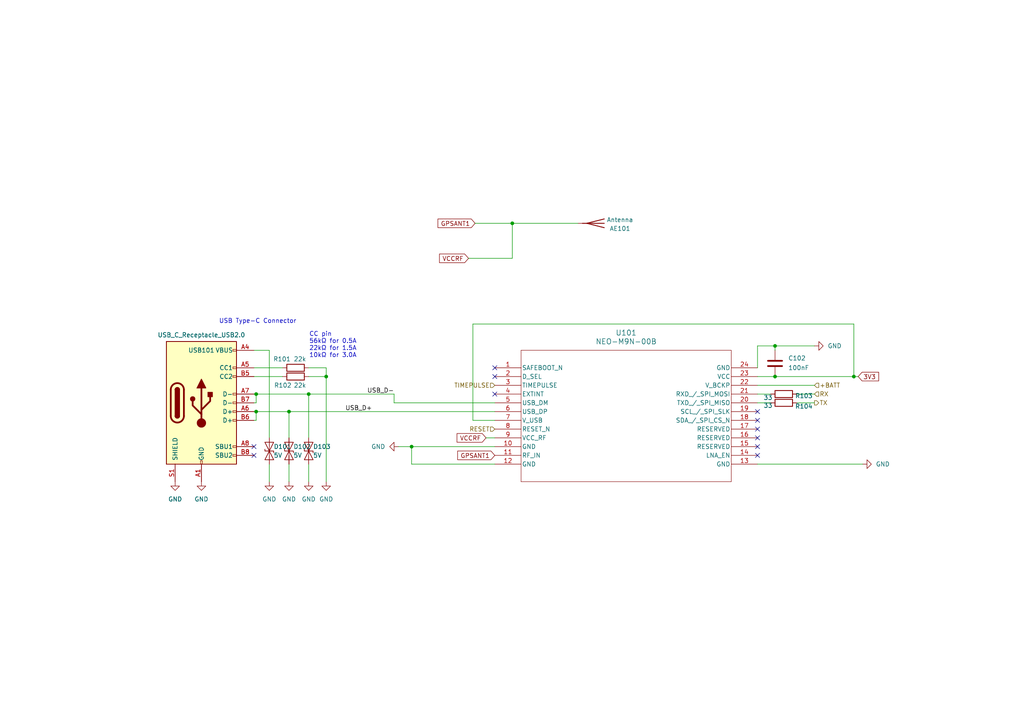
<source format=kicad_sch>
(kicad_sch
	(version 20231120)
	(generator "eeschema")
	(generator_version "8.0")
	(uuid "2be19654-2ec0-41d6-bb6d-e4f1d1fd569d")
	(paper "A4")
	(lib_symbols
		(symbol "Connector:USB_C_Receptacle_USB2.0"
			(pin_names
				(offset 1.016)
			)
			(exclude_from_sim no)
			(in_bom yes)
			(on_board yes)
			(property "Reference" "J"
				(at -10.16 19.05 0)
				(effects
					(font
						(size 1.27 1.27)
					)
					(justify left)
				)
			)
			(property "Value" "USB_C_Receptacle_USB2.0"
				(at 19.05 19.05 0)
				(effects
					(font
						(size 1.27 1.27)
					)
					(justify right)
				)
			)
			(property "Footprint" ""
				(at 3.81 0 0)
				(effects
					(font
						(size 1.27 1.27)
					)
					(hide yes)
				)
			)
			(property "Datasheet" "https://www.usb.org/sites/default/files/documents/usb_type-c.zip"
				(at 3.81 0 0)
				(effects
					(font
						(size 1.27 1.27)
					)
					(hide yes)
				)
			)
			(property "Description" "USB 2.0-only Type-C Receptacle connector"
				(at 0 0 0)
				(effects
					(font
						(size 1.27 1.27)
					)
					(hide yes)
				)
			)
			(property "ki_keywords" "usb universal serial bus type-C USB2.0"
				(at 0 0 0)
				(effects
					(font
						(size 1.27 1.27)
					)
					(hide yes)
				)
			)
			(property "ki_fp_filters" "USB*C*Receptacle*"
				(at 0 0 0)
				(effects
					(font
						(size 1.27 1.27)
					)
					(hide yes)
				)
			)
			(symbol "USB_C_Receptacle_USB2.0_0_0"
				(rectangle
					(start -0.254 -17.78)
					(end 0.254 -16.764)
					(stroke
						(width 0)
						(type default)
					)
					(fill
						(type none)
					)
				)
				(rectangle
					(start 10.16 -14.986)
					(end 9.144 -15.494)
					(stroke
						(width 0)
						(type default)
					)
					(fill
						(type none)
					)
				)
				(rectangle
					(start 10.16 -12.446)
					(end 9.144 -12.954)
					(stroke
						(width 0)
						(type default)
					)
					(fill
						(type none)
					)
				)
				(rectangle
					(start 10.16 -4.826)
					(end 9.144 -5.334)
					(stroke
						(width 0)
						(type default)
					)
					(fill
						(type none)
					)
				)
				(rectangle
					(start 10.16 -2.286)
					(end 9.144 -2.794)
					(stroke
						(width 0)
						(type default)
					)
					(fill
						(type none)
					)
				)
				(rectangle
					(start 10.16 0.254)
					(end 9.144 -0.254)
					(stroke
						(width 0)
						(type default)
					)
					(fill
						(type none)
					)
				)
				(rectangle
					(start 10.16 2.794)
					(end 9.144 2.286)
					(stroke
						(width 0)
						(type default)
					)
					(fill
						(type none)
					)
				)
				(rectangle
					(start 10.16 7.874)
					(end 9.144 7.366)
					(stroke
						(width 0)
						(type default)
					)
					(fill
						(type none)
					)
				)
				(rectangle
					(start 10.16 10.414)
					(end 9.144 9.906)
					(stroke
						(width 0)
						(type default)
					)
					(fill
						(type none)
					)
				)
				(rectangle
					(start 10.16 15.494)
					(end 9.144 14.986)
					(stroke
						(width 0)
						(type default)
					)
					(fill
						(type none)
					)
				)
			)
			(symbol "USB_C_Receptacle_USB2.0_0_1"
				(rectangle
					(start -10.16 17.78)
					(end 10.16 -17.78)
					(stroke
						(width 0.254)
						(type default)
					)
					(fill
						(type background)
					)
				)
				(arc
					(start -8.89 -3.81)
					(mid -6.985 -5.7067)
					(end -5.08 -3.81)
					(stroke
						(width 0.508)
						(type default)
					)
					(fill
						(type none)
					)
				)
				(arc
					(start -7.62 -3.81)
					(mid -6.985 -4.4423)
					(end -6.35 -3.81)
					(stroke
						(width 0.254)
						(type default)
					)
					(fill
						(type none)
					)
				)
				(arc
					(start -7.62 -3.81)
					(mid -6.985 -4.4423)
					(end -6.35 -3.81)
					(stroke
						(width 0.254)
						(type default)
					)
					(fill
						(type outline)
					)
				)
				(rectangle
					(start -7.62 -3.81)
					(end -6.35 3.81)
					(stroke
						(width 0.254)
						(type default)
					)
					(fill
						(type outline)
					)
				)
				(arc
					(start -6.35 3.81)
					(mid -6.985 4.4423)
					(end -7.62 3.81)
					(stroke
						(width 0.254)
						(type default)
					)
					(fill
						(type none)
					)
				)
				(arc
					(start -6.35 3.81)
					(mid -6.985 4.4423)
					(end -7.62 3.81)
					(stroke
						(width 0.254)
						(type default)
					)
					(fill
						(type outline)
					)
				)
				(arc
					(start -5.08 3.81)
					(mid -6.985 5.7067)
					(end -8.89 3.81)
					(stroke
						(width 0.508)
						(type default)
					)
					(fill
						(type none)
					)
				)
				(circle
					(center -2.54 1.143)
					(radius 0.635)
					(stroke
						(width 0.254)
						(type default)
					)
					(fill
						(type outline)
					)
				)
				(circle
					(center 0 -5.842)
					(radius 1.27)
					(stroke
						(width 0)
						(type default)
					)
					(fill
						(type outline)
					)
				)
				(polyline
					(pts
						(xy -8.89 -3.81) (xy -8.89 3.81)
					)
					(stroke
						(width 0.508)
						(type default)
					)
					(fill
						(type none)
					)
				)
				(polyline
					(pts
						(xy -5.08 3.81) (xy -5.08 -3.81)
					)
					(stroke
						(width 0.508)
						(type default)
					)
					(fill
						(type none)
					)
				)
				(polyline
					(pts
						(xy 0 -5.842) (xy 0 4.318)
					)
					(stroke
						(width 0.508)
						(type default)
					)
					(fill
						(type none)
					)
				)
				(polyline
					(pts
						(xy 0 -3.302) (xy -2.54 -0.762) (xy -2.54 0.508)
					)
					(stroke
						(width 0.508)
						(type default)
					)
					(fill
						(type none)
					)
				)
				(polyline
					(pts
						(xy 0 -2.032) (xy 2.54 0.508) (xy 2.54 1.778)
					)
					(stroke
						(width 0.508)
						(type default)
					)
					(fill
						(type none)
					)
				)
				(polyline
					(pts
						(xy -1.27 4.318) (xy 0 6.858) (xy 1.27 4.318) (xy -1.27 4.318)
					)
					(stroke
						(width 0.254)
						(type default)
					)
					(fill
						(type outline)
					)
				)
				(rectangle
					(start 1.905 1.778)
					(end 3.175 3.048)
					(stroke
						(width 0.254)
						(type default)
					)
					(fill
						(type outline)
					)
				)
			)
			(symbol "USB_C_Receptacle_USB2.0_1_1"
				(pin passive line
					(at 0 -22.86 90)
					(length 5.08)
					(name "GND"
						(effects
							(font
								(size 1.27 1.27)
							)
						)
					)
					(number "A1"
						(effects
							(font
								(size 1.27 1.27)
							)
						)
					)
				)
				(pin passive line
					(at 0 -22.86 90)
					(length 5.08) hide
					(name "GND"
						(effects
							(font
								(size 1.27 1.27)
							)
						)
					)
					(number "A12"
						(effects
							(font
								(size 1.27 1.27)
							)
						)
					)
				)
				(pin passive line
					(at 15.24 15.24 180)
					(length 5.08)
					(name "VBUS"
						(effects
							(font
								(size 1.27 1.27)
							)
						)
					)
					(number "A4"
						(effects
							(font
								(size 1.27 1.27)
							)
						)
					)
				)
				(pin bidirectional line
					(at 15.24 10.16 180)
					(length 5.08)
					(name "CC1"
						(effects
							(font
								(size 1.27 1.27)
							)
						)
					)
					(number "A5"
						(effects
							(font
								(size 1.27 1.27)
							)
						)
					)
				)
				(pin bidirectional line
					(at 15.24 -2.54 180)
					(length 5.08)
					(name "D+"
						(effects
							(font
								(size 1.27 1.27)
							)
						)
					)
					(number "A6"
						(effects
							(font
								(size 1.27 1.27)
							)
						)
					)
				)
				(pin bidirectional line
					(at 15.24 2.54 180)
					(length 5.08)
					(name "D-"
						(effects
							(font
								(size 1.27 1.27)
							)
						)
					)
					(number "A7"
						(effects
							(font
								(size 1.27 1.27)
							)
						)
					)
				)
				(pin bidirectional line
					(at 15.24 -12.7 180)
					(length 5.08)
					(name "SBU1"
						(effects
							(font
								(size 1.27 1.27)
							)
						)
					)
					(number "A8"
						(effects
							(font
								(size 1.27 1.27)
							)
						)
					)
				)
				(pin passive line
					(at 15.24 15.24 180)
					(length 5.08) hide
					(name "VBUS"
						(effects
							(font
								(size 1.27 1.27)
							)
						)
					)
					(number "A9"
						(effects
							(font
								(size 1.27 1.27)
							)
						)
					)
				)
				(pin passive line
					(at 0 -22.86 90)
					(length 5.08) hide
					(name "GND"
						(effects
							(font
								(size 1.27 1.27)
							)
						)
					)
					(number "B1"
						(effects
							(font
								(size 1.27 1.27)
							)
						)
					)
				)
				(pin passive line
					(at 0 -22.86 90)
					(length 5.08) hide
					(name "GND"
						(effects
							(font
								(size 1.27 1.27)
							)
						)
					)
					(number "B12"
						(effects
							(font
								(size 1.27 1.27)
							)
						)
					)
				)
				(pin passive line
					(at 15.24 15.24 180)
					(length 5.08) hide
					(name "VBUS"
						(effects
							(font
								(size 1.27 1.27)
							)
						)
					)
					(number "B4"
						(effects
							(font
								(size 1.27 1.27)
							)
						)
					)
				)
				(pin bidirectional line
					(at 15.24 7.62 180)
					(length 5.08)
					(name "CC2"
						(effects
							(font
								(size 1.27 1.27)
							)
						)
					)
					(number "B5"
						(effects
							(font
								(size 1.27 1.27)
							)
						)
					)
				)
				(pin bidirectional line
					(at 15.24 -5.08 180)
					(length 5.08)
					(name "D+"
						(effects
							(font
								(size 1.27 1.27)
							)
						)
					)
					(number "B6"
						(effects
							(font
								(size 1.27 1.27)
							)
						)
					)
				)
				(pin bidirectional line
					(at 15.24 0 180)
					(length 5.08)
					(name "D-"
						(effects
							(font
								(size 1.27 1.27)
							)
						)
					)
					(number "B7"
						(effects
							(font
								(size 1.27 1.27)
							)
						)
					)
				)
				(pin bidirectional line
					(at 15.24 -15.24 180)
					(length 5.08)
					(name "SBU2"
						(effects
							(font
								(size 1.27 1.27)
							)
						)
					)
					(number "B8"
						(effects
							(font
								(size 1.27 1.27)
							)
						)
					)
				)
				(pin passive line
					(at 15.24 15.24 180)
					(length 5.08) hide
					(name "VBUS"
						(effects
							(font
								(size 1.27 1.27)
							)
						)
					)
					(number "B9"
						(effects
							(font
								(size 1.27 1.27)
							)
						)
					)
				)
				(pin passive line
					(at -7.62 -22.86 90)
					(length 5.08)
					(name "SHIELD"
						(effects
							(font
								(size 1.27 1.27)
							)
						)
					)
					(number "S1"
						(effects
							(font
								(size 1.27 1.27)
							)
						)
					)
				)
			)
		)
		(symbol "Device:Antenna"
			(pin_numbers hide)
			(pin_names
				(offset 1.016) hide)
			(exclude_from_sim no)
			(in_bom yes)
			(on_board yes)
			(property "Reference" "AE"
				(at -1.905 1.905 0)
				(effects
					(font
						(size 1.27 1.27)
					)
					(justify right)
				)
			)
			(property "Value" "Antenna"
				(at -1.905 0 0)
				(effects
					(font
						(size 1.27 1.27)
					)
					(justify right)
				)
			)
			(property "Footprint" ""
				(at 0 0 0)
				(effects
					(font
						(size 1.27 1.27)
					)
					(hide yes)
				)
			)
			(property "Datasheet" "~"
				(at 0 0 0)
				(effects
					(font
						(size 1.27 1.27)
					)
					(hide yes)
				)
			)
			(property "Description" "Antenna"
				(at 0 0 0)
				(effects
					(font
						(size 1.27 1.27)
					)
					(hide yes)
				)
			)
			(property "ki_keywords" "antenna"
				(at 0 0 0)
				(effects
					(font
						(size 1.27 1.27)
					)
					(hide yes)
				)
			)
			(symbol "Antenna_0_1"
				(polyline
					(pts
						(xy 0 2.54) (xy 0 -3.81)
					)
					(stroke
						(width 0.254)
						(type default)
					)
					(fill
						(type none)
					)
				)
				(polyline
					(pts
						(xy 1.27 2.54) (xy 0 -2.54) (xy -1.27 2.54)
					)
					(stroke
						(width 0.254)
						(type default)
					)
					(fill
						(type none)
					)
				)
			)
			(symbol "Antenna_1_1"
				(pin input line
					(at 0 -5.08 90)
					(length 2.54)
					(name "A"
						(effects
							(font
								(size 1.27 1.27)
							)
						)
					)
					(number "1"
						(effects
							(font
								(size 1.27 1.27)
							)
						)
					)
				)
			)
		)
		(symbol "Device:C"
			(pin_numbers hide)
			(pin_names
				(offset 0.254)
			)
			(exclude_from_sim no)
			(in_bom yes)
			(on_board yes)
			(property "Reference" "C"
				(at 0.635 2.54 0)
				(effects
					(font
						(size 1.27 1.27)
					)
					(justify left)
				)
			)
			(property "Value" "C"
				(at 0.635 -2.54 0)
				(effects
					(font
						(size 1.27 1.27)
					)
					(justify left)
				)
			)
			(property "Footprint" ""
				(at 0.9652 -3.81 0)
				(effects
					(font
						(size 1.27 1.27)
					)
					(hide yes)
				)
			)
			(property "Datasheet" "~"
				(at 0 0 0)
				(effects
					(font
						(size 1.27 1.27)
					)
					(hide yes)
				)
			)
			(property "Description" "Unpolarized capacitor"
				(at 0 0 0)
				(effects
					(font
						(size 1.27 1.27)
					)
					(hide yes)
				)
			)
			(property "ki_keywords" "cap capacitor"
				(at 0 0 0)
				(effects
					(font
						(size 1.27 1.27)
					)
					(hide yes)
				)
			)
			(property "ki_fp_filters" "C_*"
				(at 0 0 0)
				(effects
					(font
						(size 1.27 1.27)
					)
					(hide yes)
				)
			)
			(symbol "C_0_1"
				(polyline
					(pts
						(xy -2.032 -0.762) (xy 2.032 -0.762)
					)
					(stroke
						(width 0.508)
						(type default)
					)
					(fill
						(type none)
					)
				)
				(polyline
					(pts
						(xy -2.032 0.762) (xy 2.032 0.762)
					)
					(stroke
						(width 0.508)
						(type default)
					)
					(fill
						(type none)
					)
				)
			)
			(symbol "C_1_1"
				(pin passive line
					(at 0 3.81 270)
					(length 2.794)
					(name "~"
						(effects
							(font
								(size 1.27 1.27)
							)
						)
					)
					(number "1"
						(effects
							(font
								(size 1.27 1.27)
							)
						)
					)
				)
				(pin passive line
					(at 0 -3.81 90)
					(length 2.794)
					(name "~"
						(effects
							(font
								(size 1.27 1.27)
							)
						)
					)
					(number "2"
						(effects
							(font
								(size 1.27 1.27)
							)
						)
					)
				)
			)
		)
		(symbol "Device:R"
			(pin_numbers hide)
			(pin_names
				(offset 0)
			)
			(exclude_from_sim no)
			(in_bom yes)
			(on_board yes)
			(property "Reference" "R"
				(at 2.032 0 90)
				(effects
					(font
						(size 1.27 1.27)
					)
				)
			)
			(property "Value" "R"
				(at 0 0 90)
				(effects
					(font
						(size 1.27 1.27)
					)
				)
			)
			(property "Footprint" ""
				(at -1.778 0 90)
				(effects
					(font
						(size 1.27 1.27)
					)
					(hide yes)
				)
			)
			(property "Datasheet" "~"
				(at 0 0 0)
				(effects
					(font
						(size 1.27 1.27)
					)
					(hide yes)
				)
			)
			(property "Description" "Resistor"
				(at 0 0 0)
				(effects
					(font
						(size 1.27 1.27)
					)
					(hide yes)
				)
			)
			(property "ki_keywords" "R res resistor"
				(at 0 0 0)
				(effects
					(font
						(size 1.27 1.27)
					)
					(hide yes)
				)
			)
			(property "ki_fp_filters" "R_*"
				(at 0 0 0)
				(effects
					(font
						(size 1.27 1.27)
					)
					(hide yes)
				)
			)
			(symbol "R_0_1"
				(rectangle
					(start -1.016 -2.54)
					(end 1.016 2.54)
					(stroke
						(width 0.254)
						(type default)
					)
					(fill
						(type none)
					)
				)
			)
			(symbol "R_1_1"
				(pin passive line
					(at 0 3.81 270)
					(length 1.27)
					(name "~"
						(effects
							(font
								(size 1.27 1.27)
							)
						)
					)
					(number "1"
						(effects
							(font
								(size 1.27 1.27)
							)
						)
					)
				)
				(pin passive line
					(at 0 -3.81 90)
					(length 1.27)
					(name "~"
						(effects
							(font
								(size 1.27 1.27)
							)
						)
					)
					(number "2"
						(effects
							(font
								(size 1.27 1.27)
							)
						)
					)
				)
			)
		)
		(symbol "Diode:ESD9B5.0ST5G"
			(pin_numbers hide)
			(pin_names
				(offset 1.016) hide)
			(exclude_from_sim no)
			(in_bom yes)
			(on_board yes)
			(property "Reference" "D"
				(at 0 2.54 0)
				(effects
					(font
						(size 1.27 1.27)
					)
				)
			)
			(property "Value" "ESD9B5.0ST5G"
				(at 0 -2.54 0)
				(effects
					(font
						(size 1.27 1.27)
					)
				)
			)
			(property "Footprint" "Diode_SMD:D_SOD-923"
				(at 0 0 0)
				(effects
					(font
						(size 1.27 1.27)
					)
					(hide yes)
				)
			)
			(property "Datasheet" "https://www.onsemi.com/pub/Collateral/ESD9B-D.PDF"
				(at 0 0 0)
				(effects
					(font
						(size 1.27 1.27)
					)
					(hide yes)
				)
			)
			(property "Description" "ESD protection diode, 5.0Vrwm, SOD-923"
				(at 0 0 0)
				(effects
					(font
						(size 1.27 1.27)
					)
					(hide yes)
				)
			)
			(property "ki_keywords" "diode TVS ESD"
				(at 0 0 0)
				(effects
					(font
						(size 1.27 1.27)
					)
					(hide yes)
				)
			)
			(property "ki_fp_filters" "D*SOD?923*"
				(at 0 0 0)
				(effects
					(font
						(size 1.27 1.27)
					)
					(hide yes)
				)
			)
			(symbol "ESD9B5.0ST5G_0_1"
				(polyline
					(pts
						(xy 1.27 0) (xy -1.27 0)
					)
					(stroke
						(width 0)
						(type default)
					)
					(fill
						(type none)
					)
				)
				(polyline
					(pts
						(xy -2.54 -1.27) (xy 0 0) (xy -2.54 1.27) (xy -2.54 -1.27)
					)
					(stroke
						(width 0.2032)
						(type default)
					)
					(fill
						(type none)
					)
				)
				(polyline
					(pts
						(xy 0.508 1.27) (xy 0 1.27) (xy 0 -1.27) (xy -0.508 -1.27)
					)
					(stroke
						(width 0.2032)
						(type default)
					)
					(fill
						(type none)
					)
				)
				(polyline
					(pts
						(xy 2.54 1.27) (xy 2.54 -1.27) (xy 0 0) (xy 2.54 1.27)
					)
					(stroke
						(width 0.2032)
						(type default)
					)
					(fill
						(type none)
					)
				)
			)
			(symbol "ESD9B5.0ST5G_1_1"
				(pin passive line
					(at -3.81 0 0)
					(length 2.54)
					(name "A1"
						(effects
							(font
								(size 1.27 1.27)
							)
						)
					)
					(number "1"
						(effects
							(font
								(size 1.27 1.27)
							)
						)
					)
				)
				(pin passive line
					(at 3.81 0 180)
					(length 2.54)
					(name "A2"
						(effects
							(font
								(size 1.27 1.27)
							)
						)
					)
					(number "2"
						(effects
							(font
								(size 1.27 1.27)
							)
						)
					)
				)
			)
		)
		(symbol "WOBClibrary:NEO-M9N-00B"
			(pin_names
				(offset 0.254)
			)
			(exclude_from_sim no)
			(in_bom yes)
			(on_board yes)
			(property "Reference" "U"
				(at 38.1 10.16 0)
				(effects
					(font
						(size 1.524 1.524)
					)
				)
			)
			(property "Value" "NEO-M9N-00B"
				(at 38.1 7.62 0)
				(effects
					(font
						(size 1.524 1.524)
					)
				)
			)
			(property "Footprint" "SMT_9N-00B_UBL"
				(at 0 0 0)
				(effects
					(font
						(size 1.27 1.27)
						(italic yes)
					)
					(hide yes)
				)
			)
			(property "Datasheet" "NEO-M9N-00B"
				(at 0 0 0)
				(effects
					(font
						(size 1.27 1.27)
						(italic yes)
					)
					(hide yes)
				)
			)
			(property "Description" ""
				(at 0 0 0)
				(effects
					(font
						(size 1.27 1.27)
					)
					(hide yes)
				)
			)
			(property "ki_locked" ""
				(at 0 0 0)
				(effects
					(font
						(size 1.27 1.27)
					)
				)
			)
			(property "ki_keywords" "NEO-M9N-00B"
				(at 0 0 0)
				(effects
					(font
						(size 1.27 1.27)
					)
					(hide yes)
				)
			)
			(property "ki_fp_filters" "SMT_9N-00B_UBL"
				(at 0 0 0)
				(effects
					(font
						(size 1.27 1.27)
					)
					(hide yes)
				)
			)
			(symbol "NEO-M9N-00B_0_1"
				(polyline
					(pts
						(xy 7.62 -33.02) (xy 68.58 -33.02)
					)
					(stroke
						(width 0.127)
						(type default)
					)
					(fill
						(type none)
					)
				)
				(polyline
					(pts
						(xy 7.62 5.08) (xy 7.62 -33.02)
					)
					(stroke
						(width 0.127)
						(type default)
					)
					(fill
						(type none)
					)
				)
				(polyline
					(pts
						(xy 68.58 -33.02) (xy 68.58 5.08)
					)
					(stroke
						(width 0.127)
						(type default)
					)
					(fill
						(type none)
					)
				)
				(polyline
					(pts
						(xy 68.58 5.08) (xy 7.62 5.08)
					)
					(stroke
						(width 0.127)
						(type default)
					)
					(fill
						(type none)
					)
				)
				(pin unspecified line
					(at 0 0 0)
					(length 7.62)
					(name "SAFEBOOT_N"
						(effects
							(font
								(size 1.27 1.27)
							)
						)
					)
					(number "1"
						(effects
							(font
								(size 1.27 1.27)
							)
						)
					)
				)
				(pin power_out line
					(at 0 -22.86 0)
					(length 7.62)
					(name "GND"
						(effects
							(font
								(size 1.27 1.27)
							)
						)
					)
					(number "10"
						(effects
							(font
								(size 1.27 1.27)
							)
						)
					)
				)
				(pin unspecified line
					(at 0 -25.4 0)
					(length 7.62)
					(name "RF_IN"
						(effects
							(font
								(size 1.27 1.27)
							)
						)
					)
					(number "11"
						(effects
							(font
								(size 1.27 1.27)
							)
						)
					)
				)
				(pin power_out line
					(at 0 -27.94 0)
					(length 7.62)
					(name "GND"
						(effects
							(font
								(size 1.27 1.27)
							)
						)
					)
					(number "12"
						(effects
							(font
								(size 1.27 1.27)
							)
						)
					)
				)
				(pin power_out line
					(at 76.2 -27.94 180)
					(length 7.62)
					(name "GND"
						(effects
							(font
								(size 1.27 1.27)
							)
						)
					)
					(number "13"
						(effects
							(font
								(size 1.27 1.27)
							)
						)
					)
				)
				(pin unspecified line
					(at 76.2 -25.4 180)
					(length 7.62)
					(name "LNA_EN"
						(effects
							(font
								(size 1.27 1.27)
							)
						)
					)
					(number "14"
						(effects
							(font
								(size 1.27 1.27)
							)
						)
					)
				)
				(pin unspecified line
					(at 76.2 -22.86 180)
					(length 7.62)
					(name "RESERVED"
						(effects
							(font
								(size 1.27 1.27)
							)
						)
					)
					(number "15"
						(effects
							(font
								(size 1.27 1.27)
							)
						)
					)
				)
				(pin unspecified line
					(at 76.2 -20.32 180)
					(length 7.62)
					(name "RESERVED"
						(effects
							(font
								(size 1.27 1.27)
							)
						)
					)
					(number "16"
						(effects
							(font
								(size 1.27 1.27)
							)
						)
					)
				)
				(pin unspecified line
					(at 76.2 -17.78 180)
					(length 7.62)
					(name "RESERVED"
						(effects
							(font
								(size 1.27 1.27)
							)
						)
					)
					(number "17"
						(effects
							(font
								(size 1.27 1.27)
							)
						)
					)
				)
				(pin unspecified line
					(at 76.2 -15.24 180)
					(length 7.62)
					(name "SDA_/_SPI_CS_N"
						(effects
							(font
								(size 1.27 1.27)
							)
						)
					)
					(number "18"
						(effects
							(font
								(size 1.27 1.27)
							)
						)
					)
				)
				(pin unspecified line
					(at 76.2 -12.7 180)
					(length 7.62)
					(name "SCL_/_SPI_SLK"
						(effects
							(font
								(size 1.27 1.27)
							)
						)
					)
					(number "19"
						(effects
							(font
								(size 1.27 1.27)
							)
						)
					)
				)
				(pin unspecified line
					(at 0 -2.54 0)
					(length 7.62)
					(name "D_SEL"
						(effects
							(font
								(size 1.27 1.27)
							)
						)
					)
					(number "2"
						(effects
							(font
								(size 1.27 1.27)
							)
						)
					)
				)
				(pin unspecified line
					(at 76.2 -10.16 180)
					(length 7.62)
					(name "TXD_/_SPI_MISO"
						(effects
							(font
								(size 1.27 1.27)
							)
						)
					)
					(number "20"
						(effects
							(font
								(size 1.27 1.27)
							)
						)
					)
				)
				(pin unspecified line
					(at 76.2 -7.62 180)
					(length 7.62)
					(name "RXD_/_SPI_MOSI"
						(effects
							(font
								(size 1.27 1.27)
							)
						)
					)
					(number "21"
						(effects
							(font
								(size 1.27 1.27)
							)
						)
					)
				)
				(pin unspecified line
					(at 76.2 -5.08 180)
					(length 7.62)
					(name "V_BCKP"
						(effects
							(font
								(size 1.27 1.27)
							)
						)
					)
					(number "22"
						(effects
							(font
								(size 1.27 1.27)
							)
						)
					)
				)
				(pin power_in line
					(at 76.2 -2.54 180)
					(length 7.62)
					(name "VCC"
						(effects
							(font
								(size 1.27 1.27)
							)
						)
					)
					(number "23"
						(effects
							(font
								(size 1.27 1.27)
							)
						)
					)
				)
				(pin power_out line
					(at 76.2 0 180)
					(length 7.62)
					(name "GND"
						(effects
							(font
								(size 1.27 1.27)
							)
						)
					)
					(number "24"
						(effects
							(font
								(size 1.27 1.27)
							)
						)
					)
				)
				(pin unspecified line
					(at 0 -5.08 0)
					(length 7.62)
					(name "TIMEPULSE"
						(effects
							(font
								(size 1.27 1.27)
							)
						)
					)
					(number "3"
						(effects
							(font
								(size 1.27 1.27)
							)
						)
					)
				)
				(pin unspecified line
					(at 0 -7.62 0)
					(length 7.62)
					(name "EXTINT"
						(effects
							(font
								(size 1.27 1.27)
							)
						)
					)
					(number "4"
						(effects
							(font
								(size 1.27 1.27)
							)
						)
					)
				)
				(pin unspecified line
					(at 0 -10.16 0)
					(length 7.62)
					(name "USB_DM"
						(effects
							(font
								(size 1.27 1.27)
							)
						)
					)
					(number "5"
						(effects
							(font
								(size 1.27 1.27)
							)
						)
					)
				)
				(pin unspecified line
					(at 0 -12.7 0)
					(length 7.62)
					(name "USB_DP"
						(effects
							(font
								(size 1.27 1.27)
							)
						)
					)
					(number "6"
						(effects
							(font
								(size 1.27 1.27)
							)
						)
					)
				)
				(pin unspecified line
					(at 0 -15.24 0)
					(length 7.62)
					(name "V_USB"
						(effects
							(font
								(size 1.27 1.27)
							)
						)
					)
					(number "7"
						(effects
							(font
								(size 1.27 1.27)
							)
						)
					)
				)
				(pin unspecified line
					(at 0 -17.78 0)
					(length 7.62)
					(name "RESET_N"
						(effects
							(font
								(size 1.27 1.27)
							)
						)
					)
					(number "8"
						(effects
							(font
								(size 1.27 1.27)
							)
						)
					)
				)
				(pin power_in line
					(at 0 -20.32 0)
					(length 7.62)
					(name "VCC_RF"
						(effects
							(font
								(size 1.27 1.27)
							)
						)
					)
					(number "9"
						(effects
							(font
								(size 1.27 1.27)
							)
						)
					)
				)
			)
		)
		(symbol "power:GND"
			(power)
			(pin_names
				(offset 0)
			)
			(exclude_from_sim no)
			(in_bom yes)
			(on_board yes)
			(property "Reference" "#PWR"
				(at 0 -6.35 0)
				(effects
					(font
						(size 1.27 1.27)
					)
					(hide yes)
				)
			)
			(property "Value" "GND"
				(at 0 -3.81 0)
				(effects
					(font
						(size 1.27 1.27)
					)
				)
			)
			(property "Footprint" ""
				(at 0 0 0)
				(effects
					(font
						(size 1.27 1.27)
					)
					(hide yes)
				)
			)
			(property "Datasheet" ""
				(at 0 0 0)
				(effects
					(font
						(size 1.27 1.27)
					)
					(hide yes)
				)
			)
			(property "Description" "Power symbol creates a global label with name \"GND\" , ground"
				(at 0 0 0)
				(effects
					(font
						(size 1.27 1.27)
					)
					(hide yes)
				)
			)
			(property "ki_keywords" "global power"
				(at 0 0 0)
				(effects
					(font
						(size 1.27 1.27)
					)
					(hide yes)
				)
			)
			(symbol "GND_0_1"
				(polyline
					(pts
						(xy 0 0) (xy 0 -1.27) (xy 1.27 -1.27) (xy 0 -2.54) (xy -1.27 -1.27) (xy 0 -1.27)
					)
					(stroke
						(width 0)
						(type default)
					)
					(fill
						(type none)
					)
				)
			)
			(symbol "GND_1_1"
				(pin power_in line
					(at 0 0 270)
					(length 0) hide
					(name "GND"
						(effects
							(font
								(size 1.27 1.27)
							)
						)
					)
					(number "1"
						(effects
							(font
								(size 1.27 1.27)
							)
						)
					)
				)
			)
		)
	)
	(junction
		(at 83.82 119.38)
		(diameter 0)
		(color 0 0 0 0)
		(uuid "12549f3f-05be-4b27-b0c3-d94b42b26974")
	)
	(junction
		(at 224.79 109.22)
		(diameter 0)
		(color 0 0 0 0)
		(uuid "2ea6ef2b-f0d5-4323-a629-e9c0ffe405e6")
	)
	(junction
		(at 74.295 114.3)
		(diameter 0)
		(color 0 0 0 0)
		(uuid "3376ab00-6b66-401b-af1e-c683d1f9e703")
	)
	(junction
		(at 94.615 109.22)
		(diameter 0)
		(color 0 0 0 0)
		(uuid "3a3e6df9-216e-4e8f-8754-4aaf85dfa55c")
	)
	(junction
		(at 148.59 64.77)
		(diameter 0)
		(color 0 0 0 0)
		(uuid "50917221-b0c5-43a3-8ec1-c0c84a713b70")
	)
	(junction
		(at 224.79 100.33)
		(diameter 0)
		(color 0 0 0 0)
		(uuid "62f404fb-f71c-4141-b03e-1ba044a1b16b")
	)
	(junction
		(at 89.535 114.3)
		(diameter 0)
		(color 0 0 0 0)
		(uuid "d3b780ad-4378-489f-a297-7972ac041953")
	)
	(junction
		(at 119.38 129.54)
		(diameter 0)
		(color 0 0 0 0)
		(uuid "f1d69704-1877-4152-88bb-e45ffbec229f")
	)
	(junction
		(at 74.295 119.38)
		(diameter 0)
		(color 0 0 0 0)
		(uuid "f9912b1f-e610-4ed4-a938-57dad62994dc")
	)
	(junction
		(at 247.65 109.22)
		(diameter 0)
		(color 0 0 0 0)
		(uuid "fb1126e2-1e2d-4a5e-ab26-e97cbe8341ee")
	)
	(no_connect
		(at 73.66 132.08)
		(uuid "1da0a5c8-e362-4295-9115-e9d03c34bbbc")
	)
	(no_connect
		(at 143.51 109.22)
		(uuid "262e5488-9bc2-417a-932c-28c062b640a5")
	)
	(no_connect
		(at 219.71 129.54)
		(uuid "3e2442c3-bb83-4454-a4ee-517426e6327b")
	)
	(no_connect
		(at 219.71 124.46)
		(uuid "62f7c0f9-642e-4868-affa-eae2abc4da3d")
	)
	(no_connect
		(at 219.71 127)
		(uuid "6ca294de-8527-4781-a19d-d4d7ae8466e1")
	)
	(no_connect
		(at 73.66 129.54)
		(uuid "71020e95-d801-449c-a02b-0f36b50e6f4e")
	)
	(no_connect
		(at 143.51 106.68)
		(uuid "ca384393-653d-48ec-b559-8d39443f9f1a")
	)
	(no_connect
		(at 219.71 121.92)
		(uuid "cae6cac8-750e-49a4-93c2-ec91592c6c0b")
	)
	(no_connect
		(at 143.51 114.3)
		(uuid "d3bb6ab4-3bfe-4cd3-bef3-a2826ecb8923")
	)
	(no_connect
		(at 219.71 132.08)
		(uuid "e889c636-6f88-482b-b1ad-d7f65f9d0d2f")
	)
	(no_connect
		(at 219.71 119.38)
		(uuid "f205f7c3-e997-4dfd-b049-bc85bf6012a6")
	)
	(wire
		(pts
			(xy 148.59 74.93) (xy 148.59 64.77)
		)
		(stroke
			(width 0)
			(type default)
		)
		(uuid "016f5f28-8db3-4a65-b591-8749d531979a")
	)
	(wire
		(pts
			(xy 114.3 116.84) (xy 114.3 114.3)
		)
		(stroke
			(width 0)
			(type default)
		)
		(uuid "0ad4b92d-3ffd-42d9-8fce-e3aa3af5a9ab")
	)
	(wire
		(pts
			(xy 219.71 109.22) (xy 224.79 109.22)
		)
		(stroke
			(width 0)
			(type default)
		)
		(uuid "11edf688-78d7-4ed6-be50-4c3159462a31")
	)
	(wire
		(pts
			(xy 74.295 116.84) (xy 74.295 114.3)
		)
		(stroke
			(width 0)
			(type default)
		)
		(uuid "1a17dc25-ce6b-4778-be1a-f439905adcf6")
	)
	(wire
		(pts
			(xy 83.82 139.7) (xy 83.82 134.62)
		)
		(stroke
			(width 0)
			(type default)
		)
		(uuid "1b111ec2-af46-44a3-ad3e-83c8b03c6aaa")
	)
	(wire
		(pts
			(xy 143.51 121.92) (xy 137.16 121.92)
		)
		(stroke
			(width 0)
			(type default)
		)
		(uuid "20344578-be76-47cf-ad1e-5dbd939b6516")
	)
	(wire
		(pts
			(xy 78.105 101.6) (xy 73.66 101.6)
		)
		(stroke
			(width 0)
			(type default)
		)
		(uuid "230ea1c2-2e33-4605-beff-917eb760430d")
	)
	(wire
		(pts
			(xy 73.66 116.84) (xy 74.295 116.84)
		)
		(stroke
			(width 0)
			(type default)
		)
		(uuid "2397753c-fa1a-4278-9722-efe0aab8d3e9")
	)
	(wire
		(pts
			(xy 247.65 93.98) (xy 247.65 109.22)
		)
		(stroke
			(width 0)
			(type default)
		)
		(uuid "2f576ef7-25c1-450b-825f-11f761323805")
	)
	(wire
		(pts
			(xy 140.97 127) (xy 143.51 127)
		)
		(stroke
			(width 0)
			(type default)
		)
		(uuid "3677db9f-a605-447a-a6c7-14d1164b011b")
	)
	(wire
		(pts
			(xy 83.82 119.38) (xy 143.51 119.38)
		)
		(stroke
			(width 0)
			(type default)
		)
		(uuid "3a23df8d-6a14-4eb3-81f4-b4a75972ee29")
	)
	(wire
		(pts
			(xy 148.59 64.77) (xy 167.64 64.77)
		)
		(stroke
			(width 0)
			(type default)
		)
		(uuid "3cdb363a-70a0-4ac3-8934-1222c91ce3b0")
	)
	(wire
		(pts
			(xy 224.79 100.33) (xy 236.22 100.33)
		)
		(stroke
			(width 0)
			(type default)
		)
		(uuid "3e0cdc74-0a19-4277-8040-ef3185fb3124")
	)
	(wire
		(pts
			(xy 89.535 114.3) (xy 114.3 114.3)
		)
		(stroke
			(width 0)
			(type default)
		)
		(uuid "410775fe-c0a2-416b-8c2e-64f67ec109b3")
	)
	(wire
		(pts
			(xy 137.16 93.98) (xy 247.65 93.98)
		)
		(stroke
			(width 0)
			(type default)
		)
		(uuid "4303cbb2-0b0c-4616-899f-9fe6a4f0378e")
	)
	(wire
		(pts
			(xy 78.105 101.6) (xy 78.105 127)
		)
		(stroke
			(width 0)
			(type default)
		)
		(uuid "451142ad-f5dd-4efa-8c7f-f2408335c702")
	)
	(wire
		(pts
			(xy 219.71 100.33) (xy 224.79 100.33)
		)
		(stroke
			(width 0)
			(type default)
		)
		(uuid "4ad15839-a7ef-41b8-badc-07e65076a61b")
	)
	(wire
		(pts
			(xy 143.51 116.84) (xy 114.3 116.84)
		)
		(stroke
			(width 0)
			(type default)
		)
		(uuid "4bfcd8c3-4f01-47bf-b9cb-6f63a51e1134")
	)
	(wire
		(pts
			(xy 119.38 134.62) (xy 119.38 129.54)
		)
		(stroke
			(width 0)
			(type default)
		)
		(uuid "58ae37a9-4c14-4b96-b90e-17455863a765")
	)
	(wire
		(pts
			(xy 94.615 109.22) (xy 94.615 139.7)
		)
		(stroke
			(width 0)
			(type default)
		)
		(uuid "5a6c52d6-b58a-49bc-a7a6-9a9d4a8cf0ab")
	)
	(wire
		(pts
			(xy 74.295 114.3) (xy 89.535 114.3)
		)
		(stroke
			(width 0)
			(type default)
		)
		(uuid "5b964ff1-068e-4369-acf9-9e624cbc5050")
	)
	(wire
		(pts
			(xy 94.615 106.68) (xy 94.615 109.22)
		)
		(stroke
			(width 0)
			(type default)
		)
		(uuid "619c0d09-269c-4ea7-8c8f-87857aa951e5")
	)
	(wire
		(pts
			(xy 115.57 129.54) (xy 119.38 129.54)
		)
		(stroke
			(width 0)
			(type default)
		)
		(uuid "63425496-7061-4423-91bd-fd567cb37735")
	)
	(wire
		(pts
			(xy 83.82 119.38) (xy 74.295 119.38)
		)
		(stroke
			(width 0)
			(type default)
		)
		(uuid "6650b30d-8c5e-4053-9f87-e1f239c4e1d3")
	)
	(wire
		(pts
			(xy 219.71 134.62) (xy 250.19 134.62)
		)
		(stroke
			(width 0)
			(type default)
		)
		(uuid "6786bbe9-981f-4cbe-a8ee-b965b37440ec")
	)
	(wire
		(pts
			(xy 247.65 109.22) (xy 248.92 109.22)
		)
		(stroke
			(width 0)
			(type default)
		)
		(uuid "70da5e99-9305-45ba-a902-06d1ebfe468c")
	)
	(wire
		(pts
			(xy 73.66 114.3) (xy 74.295 114.3)
		)
		(stroke
			(width 0)
			(type default)
		)
		(uuid "7157f382-c33d-414f-8350-7089895d6602")
	)
	(wire
		(pts
			(xy 219.71 116.84) (xy 223.52 116.84)
		)
		(stroke
			(width 0)
			(type default)
		)
		(uuid "7b587fbc-e171-49d2-9c5d-a326b019324c")
	)
	(wire
		(pts
			(xy 83.82 119.38) (xy 83.82 127)
		)
		(stroke
			(width 0)
			(type default)
		)
		(uuid "7cd5e559-b448-4064-9bc1-0745d32b0b06")
	)
	(wire
		(pts
			(xy 89.535 114.3) (xy 89.535 127)
		)
		(stroke
			(width 0)
			(type default)
		)
		(uuid "7d262a5d-2bce-425e-bdd7-d1c68e2d878f")
	)
	(wire
		(pts
			(xy 224.79 109.22) (xy 247.65 109.22)
		)
		(stroke
			(width 0)
			(type default)
		)
		(uuid "7fdb3d25-c0ce-461f-a59d-d0bda8f06a00")
	)
	(wire
		(pts
			(xy 73.66 121.92) (xy 74.295 121.92)
		)
		(stroke
			(width 0)
			(type default)
		)
		(uuid "827d7ce0-c879-4460-97c6-71e76d8bb3ac")
	)
	(wire
		(pts
			(xy 78.105 139.7) (xy 78.105 134.62)
		)
		(stroke
			(width 0)
			(type default)
		)
		(uuid "86097431-a961-4356-b3f6-23ffa82c971a")
	)
	(wire
		(pts
			(xy 89.535 109.22) (xy 94.615 109.22)
		)
		(stroke
			(width 0)
			(type default)
		)
		(uuid "966dd8ea-6b1b-43fc-85ed-7289bf0b8186")
	)
	(wire
		(pts
			(xy 119.38 129.54) (xy 143.51 129.54)
		)
		(stroke
			(width 0)
			(type default)
		)
		(uuid "96ed6053-d11b-4511-9aa3-4d89540ad3b7")
	)
	(wire
		(pts
			(xy 231.14 114.3) (xy 236.22 114.3)
		)
		(stroke
			(width 0)
			(type default)
		)
		(uuid "a8a094f2-04f9-40a4-9c5d-54c68d81bed2")
	)
	(wire
		(pts
			(xy 219.71 114.3) (xy 223.52 114.3)
		)
		(stroke
			(width 0)
			(type default)
		)
		(uuid "bb94ee4a-c49d-463a-820a-06c1cfa33b3c")
	)
	(wire
		(pts
			(xy 224.79 100.33) (xy 224.79 101.6)
		)
		(stroke
			(width 0)
			(type default)
		)
		(uuid "be0e4759-dc90-4b20-9051-37be769feb84")
	)
	(wire
		(pts
			(xy 231.14 116.84) (xy 236.22 116.84)
		)
		(stroke
			(width 0)
			(type default)
		)
		(uuid "c119fee0-450b-4e02-b4b2-c3475d68b698")
	)
	(wire
		(pts
			(xy 74.295 119.38) (xy 73.66 119.38)
		)
		(stroke
			(width 0)
			(type default)
		)
		(uuid "c2f3c651-9eee-42ab-ad65-204b058f0de9")
	)
	(wire
		(pts
			(xy 137.795 64.77) (xy 148.59 64.77)
		)
		(stroke
			(width 0)
			(type default)
		)
		(uuid "cb00f3e2-4131-4ba9-a2b8-264614e3f12a")
	)
	(wire
		(pts
			(xy 81.915 106.68) (xy 73.66 106.68)
		)
		(stroke
			(width 0)
			(type default)
		)
		(uuid "d060fbf3-ed2e-4003-8a7d-3e24a4a8a665")
	)
	(wire
		(pts
			(xy 219.71 111.76) (xy 236.22 111.76)
		)
		(stroke
			(width 0)
			(type default)
		)
		(uuid "d318de86-6481-4328-ad36-4a5c9b1ce5bd")
	)
	(wire
		(pts
			(xy 89.535 106.68) (xy 94.615 106.68)
		)
		(stroke
			(width 0)
			(type default)
		)
		(uuid "d4133f49-8cb8-446c-8b27-7ee3ab9893bf")
	)
	(wire
		(pts
			(xy 89.535 139.7) (xy 89.535 134.62)
		)
		(stroke
			(width 0)
			(type default)
		)
		(uuid "d43aa209-12b4-47a7-8bc1-ccf01c733de3")
	)
	(wire
		(pts
			(xy 135.89 74.93) (xy 148.59 74.93)
		)
		(stroke
			(width 0)
			(type default)
		)
		(uuid "d4a81c0a-97da-492c-838f-a22df9ae0f4d")
	)
	(wire
		(pts
			(xy 143.51 134.62) (xy 119.38 134.62)
		)
		(stroke
			(width 0)
			(type default)
		)
		(uuid "dadb8996-a895-4400-ad4d-c96e58c69bf6")
	)
	(wire
		(pts
			(xy 74.295 121.92) (xy 74.295 119.38)
		)
		(stroke
			(width 0)
			(type default)
		)
		(uuid "e02691c6-6b06-49a1-9bab-97fe5d01472f")
	)
	(wire
		(pts
			(xy 137.16 121.92) (xy 137.16 93.98)
		)
		(stroke
			(width 0)
			(type default)
		)
		(uuid "e5bae47e-f7d3-488b-86bf-3156f5ab868e")
	)
	(wire
		(pts
			(xy 81.915 109.22) (xy 73.66 109.22)
		)
		(stroke
			(width 0)
			(type default)
		)
		(uuid "ed6ff291-2d1f-438b-9812-9b1c0e5c416c")
	)
	(wire
		(pts
			(xy 219.71 100.33) (xy 219.71 106.68)
		)
		(stroke
			(width 0)
			(type default)
		)
		(uuid "f38c057f-0890-42e7-82c6-1e68084fdbdf")
	)
	(text "USB Type-C Connector"
		(exclude_from_sim no)
		(at 63.5 93.98 0)
		(effects
			(font
				(size 1.27 1.27)
			)
			(justify left bottom)
		)
		(uuid "16851f60-6be3-4d77-bca4-2753c88232f3")
	)
	(text "CC pin\n56kΩ for 0.5A\n22kΩ for 1.5A\n10kΩ for 3.0A"
		(exclude_from_sim no)
		(at 89.662 103.886 0)
		(effects
			(font
				(size 1.27 1.27)
			)
			(justify left bottom)
		)
		(uuid "2cc26350-9a39-40a3-8b72-4f7b96742c85")
	)
	(label "USB_D-"
		(at 114.3 114.3 180)
		(fields_autoplaced yes)
		(effects
			(font
				(size 1.27 1.27)
			)
			(justify right bottom)
		)
		(uuid "38988d66-1f11-4ccc-ab1f-5e38247e4981")
	)
	(label "USB_D+"
		(at 107.95 119.38 180)
		(fields_autoplaced yes)
		(effects
			(font
				(size 1.27 1.27)
			)
			(justify right bottom)
		)
		(uuid "5cd58458-423c-4fe5-a5ce-e7f053350161")
	)
	(global_label "VCCRF"
		(shape input)
		(at 140.97 127 180)
		(fields_autoplaced yes)
		(effects
			(font
				(size 1.27 1.27)
			)
			(justify right)
		)
		(uuid "4bbe9f16-bff5-4985-92f4-b65b477b262e")
		(property "Intersheetrefs" "${INTERSHEET_REFS}"
			(at 131.9976 127 0)
			(effects
				(font
					(size 1.27 1.27)
				)
				(justify right)
				(hide yes)
			)
		)
	)
	(global_label "VCCRF"
		(shape input)
		(at 135.89 74.93 180)
		(fields_autoplaced yes)
		(effects
			(font
				(size 1.27 1.27)
			)
			(justify right)
		)
		(uuid "56c92c8f-2668-456b-84ee-756e947e012a")
		(property "Intersheetrefs" "${INTERSHEET_REFS}"
			(at 126.9176 74.93 0)
			(effects
				(font
					(size 1.27 1.27)
				)
				(justify right)
				(hide yes)
			)
		)
	)
	(global_label "GPSANT1"
		(shape input)
		(at 137.795 64.77 180)
		(fields_autoplaced yes)
		(effects
			(font
				(size 1.27 1.27)
			)
			(justify right)
		)
		(uuid "a3478e24-bac6-41c3-802f-3ed56252e432")
		(property "Intersheetrefs" "${INTERSHEET_REFS}"
			(at 126.4641 64.77 0)
			(effects
				(font
					(size 1.27 1.27)
				)
				(justify right)
				(hide yes)
			)
		)
	)
	(global_label "3V3"
		(shape input)
		(at 248.92 109.22 0)
		(fields_autoplaced yes)
		(effects
			(font
				(size 1.27 1.27)
			)
			(justify left)
		)
		(uuid "a819e43a-9835-424c-92b3-7a5183817f53")
		(property "Intersheetrefs" "${INTERSHEET_REFS}"
			(at 255.4128 109.22 0)
			(effects
				(font
					(size 1.27 1.27)
				)
				(justify left)
				(hide yes)
			)
		)
	)
	(global_label "GPSANT1"
		(shape input)
		(at 143.51 132.08 180)
		(fields_autoplaced yes)
		(effects
			(font
				(size 1.27 1.27)
			)
			(justify right)
		)
		(uuid "def6105c-72b9-4a6f-a631-932fb5cd8da2")
		(property "Intersheetrefs" "${INTERSHEET_REFS}"
			(at 132.1791 132.08 0)
			(effects
				(font
					(size 1.27 1.27)
				)
				(justify right)
				(hide yes)
			)
		)
	)
	(hierarchical_label "RESET"
		(shape input)
		(at 143.51 124.46 180)
		(fields_autoplaced yes)
		(effects
			(font
				(size 1.27 1.27)
			)
			(justify right)
		)
		(uuid "371ebe6b-3052-4d9a-9d3a-20ec244dd2ee")
	)
	(hierarchical_label "TX"
		(shape output)
		(at 236.22 116.84 0)
		(fields_autoplaced yes)
		(effects
			(font
				(size 1.27 1.27)
			)
			(justify left)
		)
		(uuid "57b5787b-52e2-44bb-be55-adf0faf7d02f")
	)
	(hierarchical_label "TIMEPULSE"
		(shape input)
		(at 143.51 111.76 180)
		(fields_autoplaced yes)
		(effects
			(font
				(size 1.27 1.27)
			)
			(justify right)
		)
		(uuid "807cf816-9aca-4722-a8c5-af7b702e6c08")
	)
	(hierarchical_label "+BATT"
		(shape input)
		(at 236.22 111.76 0)
		(fields_autoplaced yes)
		(effects
			(font
				(size 1.27 1.27)
			)
			(justify left)
		)
		(uuid "b226a2de-4f3b-4bd7-8d45-f89bd75a72a7")
	)
	(hierarchical_label "RX"
		(shape input)
		(at 236.22 114.3 0)
		(fields_autoplaced yes)
		(effects
			(font
				(size 1.27 1.27)
			)
			(justify left)
		)
		(uuid "c322f7d4-ecee-4ce0-8f4d-5e575f539967")
	)
	(symbol
		(lib_id "power:GND")
		(at 89.535 139.7 0)
		(unit 1)
		(exclude_from_sim no)
		(in_bom yes)
		(on_board yes)
		(dnp no)
		(fields_autoplaced yes)
		(uuid "03f06cad-0847-47ff-b4b5-c3307f019f10")
		(property "Reference" "#PWR0105"
			(at 89.535 146.05 0)
			(effects
				(font
					(size 1.27 1.27)
				)
				(hide yes)
			)
		)
		(property "Value" "GND"
			(at 89.535 144.78 0)
			(effects
				(font
					(size 1.27 1.27)
				)
			)
		)
		(property "Footprint" ""
			(at 89.535 139.7 0)
			(effects
				(font
					(size 1.27 1.27)
				)
				(hide yes)
			)
		)
		(property "Datasheet" ""
			(at 89.535 139.7 0)
			(effects
				(font
					(size 1.27 1.27)
				)
				(hide yes)
			)
		)
		(property "Description" ""
			(at 89.535 139.7 0)
			(effects
				(font
					(size 1.27 1.27)
				)
				(hide yes)
			)
		)
		(pin "1"
			(uuid "d82a5af3-d010-4362-af09-4985707fe618")
		)
		(instances
			(project "GPSPassive"
				(path "/2be19654-2ec0-41d6-bb6d-e4f1d1fd569d"
					(reference "#PWR0105")
					(unit 1)
				)
			)
		)
	)
	(symbol
		(lib_id "power:GND")
		(at 58.42 139.7 0)
		(unit 1)
		(exclude_from_sim no)
		(in_bom yes)
		(on_board yes)
		(dnp no)
		(fields_autoplaced yes)
		(uuid "0f6e3545-b7e4-4161-984d-dd1956c7eeef")
		(property "Reference" "#PWR0102"
			(at 58.42 146.05 0)
			(effects
				(font
					(size 1.27 1.27)
				)
				(hide yes)
			)
		)
		(property "Value" "GND"
			(at 58.42 144.78 0)
			(effects
				(font
					(size 1.27 1.27)
				)
			)
		)
		(property "Footprint" ""
			(at 58.42 139.7 0)
			(effects
				(font
					(size 1.27 1.27)
				)
				(hide yes)
			)
		)
		(property "Datasheet" ""
			(at 58.42 139.7 0)
			(effects
				(font
					(size 1.27 1.27)
				)
				(hide yes)
			)
		)
		(property "Description" ""
			(at 58.42 139.7 0)
			(effects
				(font
					(size 1.27 1.27)
				)
				(hide yes)
			)
		)
		(pin "1"
			(uuid "6b745e63-eb13-4f6a-b968-c17fe1d2462e")
		)
		(instances
			(project "GPSPassive"
				(path "/2be19654-2ec0-41d6-bb6d-e4f1d1fd569d"
					(reference "#PWR0102")
					(unit 1)
				)
			)
		)
	)
	(symbol
		(lib_id "Diode:ESD9B5.0ST5G")
		(at 83.82 130.81 90)
		(unit 1)
		(exclude_from_sim no)
		(in_bom yes)
		(on_board yes)
		(dnp no)
		(uuid "14a577f8-4859-4e13-98d5-5482a66e0eae")
		(property "Reference" "D102"
			(at 85.09 129.54 90)
			(effects
				(font
					(size 1.27 1.27)
				)
				(justify right)
			)
		)
		(property "Value" "5V"
			(at 85.09 132.08 90)
			(effects
				(font
					(size 1.27 1.27)
				)
				(justify right)
			)
		)
		(property "Footprint" "Diode_SMD:D_SOD-882D"
			(at 83.82 130.81 0)
			(effects
				(font
					(size 1.27 1.27)
				)
				(hide yes)
			)
		)
		(property "Datasheet" "https://www.onsemi.com/pub/Collateral/ESD9B-D.PDF"
			(at 83.82 130.81 0)
			(effects
				(font
					(size 1.27 1.27)
				)
				(hide yes)
			)
		)
		(property "Description" ""
			(at 83.82 130.81 0)
			(effects
				(font
					(size 1.27 1.27)
				)
				(hide yes)
			)
		)
		(property "LCSC" "C7420372"
			(at 83.82 130.81 0)
			(effects
				(font
					(size 1.27 1.27)
				)
				(hide yes)
			)
		)
		(property "Sim.Device" ""
			(at 83.82 130.81 0)
			(effects
				(font
					(size 1.27 1.27)
				)
				(hide yes)
			)
		)
		(property "Sim.Pins" ""
			(at 83.82 130.81 0)
			(effects
				(font
					(size 1.27 1.27)
				)
				(hide yes)
			)
		)
		(pin "1"
			(uuid "5740b333-2dcc-43df-b319-d9111d62d1bc")
		)
		(pin "2"
			(uuid "a4d93c33-7df5-43ca-b933-e70f92eae067")
		)
		(instances
			(project "GPSPassive"
				(path "/2be19654-2ec0-41d6-bb6d-e4f1d1fd569d"
					(reference "D102")
					(unit 1)
				)
			)
		)
	)
	(symbol
		(lib_id "Connector:USB_C_Receptacle_USB2.0")
		(at 58.42 116.84 0)
		(unit 1)
		(exclude_from_sim no)
		(in_bom yes)
		(on_board yes)
		(dnp no)
		(uuid "21d7f7b0-7d39-4484-8a1d-2e30ba7976f2")
		(property "Reference" "USB101"
			(at 58.42 101.6 0)
			(effects
				(font
					(size 1.27 1.27)
				)
			)
		)
		(property "Value" "USB_C_Receptacle_USB2.0"
			(at 58.42 97.155 0)
			(effects
				(font
					(size 1.27 1.27)
				)
			)
		)
		(property "Footprint" "Connector_USB:USB_C_Receptacle_XKB_U262-16XN-4BVC11"
			(at 62.23 116.84 0)
			(effects
				(font
					(size 1.27 1.27)
				)
				(hide yes)
			)
		)
		(property "Datasheet" "https://www.usb.org/sites/default/files/documents/usb_type-c.zip"
			(at 62.23 116.84 0)
			(effects
				(font
					(size 1.27 1.27)
				)
				(hide yes)
			)
		)
		(property "Description" ""
			(at 58.42 116.84 0)
			(effects
				(font
					(size 1.27 1.27)
				)
				(hide yes)
			)
		)
		(property "LCSC" "C2982481"
			(at 58.42 116.84 0)
			(effects
				(font
					(size 1.27 1.27)
				)
				(hide yes)
			)
		)
		(property "Sim.Device" ""
			(at 58.42 116.84 0)
			(effects
				(font
					(size 1.27 1.27)
				)
				(hide yes)
			)
		)
		(property "Sim.Pins" ""
			(at 58.42 116.84 0)
			(effects
				(font
					(size 1.27 1.27)
				)
				(hide yes)
			)
		)
		(pin "A1"
			(uuid "0b3da5af-608b-4342-af44-47ac0454effe")
		)
		(pin "A12"
			(uuid "a44a1832-7bf6-42f3-af07-6a88328bfbb2")
		)
		(pin "A4"
			(uuid "7083b0cc-1e60-4072-9fb4-8acee7483259")
		)
		(pin "A5"
			(uuid "25bd5e56-337a-4589-b6c5-a2cc1c353eca")
		)
		(pin "A6"
			(uuid "5ab1a13c-25bc-4a2a-8d26-d52add085c68")
		)
		(pin "A7"
			(uuid "0174dc42-988d-439e-9193-201426bc4a25")
		)
		(pin "A8"
			(uuid "e67a395a-67f0-44f1-a496-ee6b80eee09e")
		)
		(pin "A9"
			(uuid "230334cf-b5e8-44f2-acd0-a92f8b6480f1")
		)
		(pin "B1"
			(uuid "e5cf4ba1-1213-4b90-b664-f570a3cba724")
		)
		(pin "B12"
			(uuid "a56379b1-3199-4ee8-bfaa-1688ea32ec42")
		)
		(pin "B4"
			(uuid "f341556a-f3f2-4bc7-b5f5-b2a37d69ff98")
		)
		(pin "B5"
			(uuid "5da01589-a1ae-4e31-ba8c-15c8c07e5dd7")
		)
		(pin "B6"
			(uuid "34043f61-8bc2-4eec-9880-2bd26dc8b76b")
		)
		(pin "B7"
			(uuid "713b4532-ab1d-419e-93ac-02383d3ea5a4")
		)
		(pin "B8"
			(uuid "030ce27f-75f3-4355-99a1-afb045b2f63e")
		)
		(pin "B9"
			(uuid "0d0277e7-cab5-4047-9328-e19a8cbb1a78")
		)
		(pin "S1"
			(uuid "45f34786-4fae-4bfb-a585-c7688b9e1326")
		)
		(instances
			(project "GPSPassive"
				(path "/2be19654-2ec0-41d6-bb6d-e4f1d1fd569d"
					(reference "USB101")
					(unit 1)
				)
			)
		)
	)
	(symbol
		(lib_id "power:GND")
		(at 250.19 134.62 90)
		(unit 1)
		(exclude_from_sim no)
		(in_bom yes)
		(on_board yes)
		(dnp no)
		(fields_autoplaced yes)
		(uuid "2640e03d-d9b6-4d89-b3fa-c676afa93b92")
		(property "Reference" "#PWR0110"
			(at 256.54 134.62 0)
			(effects
				(font
					(size 1.27 1.27)
				)
				(hide yes)
			)
		)
		(property "Value" "GND"
			(at 254 134.6199 90)
			(effects
				(font
					(size 1.27 1.27)
				)
				(justify right)
			)
		)
		(property "Footprint" ""
			(at 250.19 134.62 0)
			(effects
				(font
					(size 1.27 1.27)
				)
				(hide yes)
			)
		)
		(property "Datasheet" ""
			(at 250.19 134.62 0)
			(effects
				(font
					(size 1.27 1.27)
				)
				(hide yes)
			)
		)
		(property "Description" ""
			(at 250.19 134.62 0)
			(effects
				(font
					(size 1.27 1.27)
				)
				(hide yes)
			)
		)
		(pin "1"
			(uuid "52c3f6d3-d65a-4932-8342-1cc5c9cc8fc0")
		)
		(instances
			(project "GPSPassive"
				(path "/2be19654-2ec0-41d6-bb6d-e4f1d1fd569d"
					(reference "#PWR0110")
					(unit 1)
				)
			)
		)
	)
	(symbol
		(lib_id "power:GND")
		(at 115.57 129.54 270)
		(unit 1)
		(exclude_from_sim no)
		(in_bom yes)
		(on_board yes)
		(dnp no)
		(fields_autoplaced yes)
		(uuid "28e0a6ae-56b5-463e-8b6d-f72b6b4d1f51")
		(property "Reference" "#PWR0107"
			(at 109.22 129.54 0)
			(effects
				(font
					(size 1.27 1.27)
				)
				(hide yes)
			)
		)
		(property "Value" "GND"
			(at 111.76 129.5399 90)
			(effects
				(font
					(size 1.27 1.27)
				)
				(justify right)
			)
		)
		(property "Footprint" ""
			(at 115.57 129.54 0)
			(effects
				(font
					(size 1.27 1.27)
				)
				(hide yes)
			)
		)
		(property "Datasheet" ""
			(at 115.57 129.54 0)
			(effects
				(font
					(size 1.27 1.27)
				)
				(hide yes)
			)
		)
		(property "Description" ""
			(at 115.57 129.54 0)
			(effects
				(font
					(size 1.27 1.27)
				)
				(hide yes)
			)
		)
		(pin "1"
			(uuid "7813d196-912e-4ce0-a3f6-927ef5c342e6")
		)
		(instances
			(project "GPSPassive"
				(path "/2be19654-2ec0-41d6-bb6d-e4f1d1fd569d"
					(reference "#PWR0107")
					(unit 1)
				)
			)
		)
	)
	(symbol
		(lib_id "power:GND")
		(at 236.22 100.33 90)
		(unit 1)
		(exclude_from_sim no)
		(in_bom yes)
		(on_board yes)
		(dnp no)
		(fields_autoplaced yes)
		(uuid "309d66bd-5f6f-479c-a866-c064200de3a3")
		(property "Reference" "#PWR0108"
			(at 242.57 100.33 0)
			(effects
				(font
					(size 1.27 1.27)
				)
				(hide yes)
			)
		)
		(property "Value" "GND"
			(at 240.03 100.3299 90)
			(effects
				(font
					(size 1.27 1.27)
				)
				(justify right)
			)
		)
		(property "Footprint" ""
			(at 236.22 100.33 0)
			(effects
				(font
					(size 1.27 1.27)
				)
				(hide yes)
			)
		)
		(property "Datasheet" ""
			(at 236.22 100.33 0)
			(effects
				(font
					(size 1.27 1.27)
				)
				(hide yes)
			)
		)
		(property "Description" ""
			(at 236.22 100.33 0)
			(effects
				(font
					(size 1.27 1.27)
				)
				(hide yes)
			)
		)
		(pin "1"
			(uuid "eff3fa46-f6f7-4cb4-98e3-6114564d2f1e")
		)
		(instances
			(project "GPSPassive"
				(path "/2be19654-2ec0-41d6-bb6d-e4f1d1fd569d"
					(reference "#PWR0108")
					(unit 1)
				)
			)
		)
	)
	(symbol
		(lib_id "Device:R")
		(at 85.725 109.22 90)
		(unit 1)
		(exclude_from_sim no)
		(in_bom yes)
		(on_board yes)
		(dnp no)
		(uuid "3ba47b4b-c336-4ecd-8181-d3d9ccc472dd")
		(property "Reference" "R102"
			(at 82.042 111.76 90)
			(effects
				(font
					(size 1.27 1.27)
				)
			)
		)
		(property "Value" "22k"
			(at 86.995 111.76 90)
			(effects
				(font
					(size 1.27 1.27)
				)
			)
		)
		(property "Footprint" "Resistor_SMD:R_0402_1005Metric"
			(at 85.725 110.998 90)
			(effects
				(font
					(size 1.27 1.27)
				)
				(hide yes)
			)
		)
		(property "Datasheet" "~"
			(at 85.725 109.22 0)
			(effects
				(font
					(size 1.27 1.27)
				)
				(hide yes)
			)
		)
		(property "Description" ""
			(at 85.725 109.22 0)
			(effects
				(font
					(size 1.27 1.27)
				)
				(hide yes)
			)
		)
		(property "LCSC" "C25768"
			(at 85.725 109.22 0)
			(effects
				(font
					(size 1.27 1.27)
				)
				(hide yes)
			)
		)
		(property "Sim.Device" ""
			(at 85.725 109.22 0)
			(effects
				(font
					(size 1.27 1.27)
				)
				(hide yes)
			)
		)
		(property "Sim.Pins" ""
			(at 85.725 109.22 0)
			(effects
				(font
					(size 1.27 1.27)
				)
				(hide yes)
			)
		)
		(pin "1"
			(uuid "bc2c750e-7a07-432c-b969-a9465ff84671")
		)
		(pin "2"
			(uuid "567e35d3-7493-404f-b3e0-11e251105aba")
		)
		(instances
			(project "GPSPassive"
				(path "/2be19654-2ec0-41d6-bb6d-e4f1d1fd569d"
					(reference "R102")
					(unit 1)
				)
			)
		)
	)
	(symbol
		(lib_id "Device:R")
		(at 227.33 116.84 270)
		(unit 1)
		(exclude_from_sim no)
		(in_bom yes)
		(on_board yes)
		(dnp no)
		(uuid "443d098d-a429-4f3d-b4a8-4fd8d18007a4")
		(property "Reference" "R104"
			(at 233.172 117.856 90)
			(effects
				(font
					(size 1.27 1.27)
				)
			)
		)
		(property "Value" "33"
			(at 222.758 117.602 90)
			(effects
				(font
					(size 1.27 1.27)
				)
			)
		)
		(property "Footprint" "Resistor_SMD:R_0402_1005Metric"
			(at 227.33 115.062 90)
			(effects
				(font
					(size 1.27 1.27)
				)
				(hide yes)
			)
		)
		(property "Datasheet" "~"
			(at 227.33 116.84 0)
			(effects
				(font
					(size 1.27 1.27)
				)
				(hide yes)
			)
		)
		(property "Description" ""
			(at 227.33 116.84 0)
			(effects
				(font
					(size 1.27 1.27)
				)
				(hide yes)
			)
		)
		(property "LCSC" "C25105"
			(at 227.33 116.84 0)
			(effects
				(font
					(size 1.27 1.27)
				)
				(hide yes)
			)
		)
		(property "Sim.Device" ""
			(at 227.33 116.84 0)
			(effects
				(font
					(size 1.27 1.27)
				)
				(hide yes)
			)
		)
		(property "Sim.Pins" ""
			(at 227.33 116.84 0)
			(effects
				(font
					(size 1.27 1.27)
				)
				(hide yes)
			)
		)
		(pin "1"
			(uuid "2aa6b4cc-1965-494f-8b69-95cb86168914")
		)
		(pin "2"
			(uuid "833011fc-777f-4904-9322-40e97a688fa6")
		)
		(instances
			(project "GPSPassive"
				(path "/2be19654-2ec0-41d6-bb6d-e4f1d1fd569d"
					(reference "R104")
					(unit 1)
				)
			)
		)
	)
	(symbol
		(lib_id "power:GND")
		(at 94.615 139.7 0)
		(unit 1)
		(exclude_from_sim no)
		(in_bom yes)
		(on_board yes)
		(dnp no)
		(fields_autoplaced yes)
		(uuid "61e120e1-e24b-43c4-83a2-dac2a6614427")
		(property "Reference" "#PWR0106"
			(at 94.615 146.05 0)
			(effects
				(font
					(size 1.27 1.27)
				)
				(hide yes)
			)
		)
		(property "Value" "GND"
			(at 94.615 144.78 0)
			(effects
				(font
					(size 1.27 1.27)
				)
			)
		)
		(property "Footprint" ""
			(at 94.615 139.7 0)
			(effects
				(font
					(size 1.27 1.27)
				)
				(hide yes)
			)
		)
		(property "Datasheet" ""
			(at 94.615 139.7 0)
			(effects
				(font
					(size 1.27 1.27)
				)
				(hide yes)
			)
		)
		(property "Description" ""
			(at 94.615 139.7 0)
			(effects
				(font
					(size 1.27 1.27)
				)
				(hide yes)
			)
		)
		(pin "1"
			(uuid "91c20a3f-434c-4576-9366-c65d2891f411")
		)
		(instances
			(project "GPSPassive"
				(path "/2be19654-2ec0-41d6-bb6d-e4f1d1fd569d"
					(reference "#PWR0106")
					(unit 1)
				)
			)
		)
	)
	(symbol
		(lib_id "power:GND")
		(at 78.105 139.7 0)
		(unit 1)
		(exclude_from_sim no)
		(in_bom yes)
		(on_board yes)
		(dnp no)
		(fields_autoplaced yes)
		(uuid "66c3e405-d3e0-46cf-a5c2-0a834ebb42ba")
		(property "Reference" "#PWR0103"
			(at 78.105 146.05 0)
			(effects
				(font
					(size 1.27 1.27)
				)
				(hide yes)
			)
		)
		(property "Value" "GND"
			(at 78.105 144.78 0)
			(effects
				(font
					(size 1.27 1.27)
				)
			)
		)
		(property "Footprint" ""
			(at 78.105 139.7 0)
			(effects
				(font
					(size 1.27 1.27)
				)
				(hide yes)
			)
		)
		(property "Datasheet" ""
			(at 78.105 139.7 0)
			(effects
				(font
					(size 1.27 1.27)
				)
				(hide yes)
			)
		)
		(property "Description" ""
			(at 78.105 139.7 0)
			(effects
				(font
					(size 1.27 1.27)
				)
				(hide yes)
			)
		)
		(pin "1"
			(uuid "72ebd941-4f7c-4378-b5f7-35e8c2fa41d5")
		)
		(instances
			(project "GPSPassive"
				(path "/2be19654-2ec0-41d6-bb6d-e4f1d1fd569d"
					(reference "#PWR0103")
					(unit 1)
				)
			)
		)
	)
	(symbol
		(lib_id "Device:Antenna")
		(at 172.72 64.77 270)
		(unit 1)
		(exclude_from_sim no)
		(in_bom yes)
		(on_board yes)
		(dnp no)
		(uuid "68e219b7-facc-472a-81f9-b3ae71934986")
		(property "Reference" "AE101"
			(at 179.832 66.294 90)
			(effects
				(font
					(size 1.27 1.27)
				)
			)
		)
		(property "Value" "Antenna"
			(at 179.832 63.754 90)
			(effects
				(font
					(size 1.27 1.27)
				)
			)
		)
		(property "Footprint" "WOBClibrary:GNSS_Antenna_1212"
			(at 172.72 64.77 0)
			(effects
				(font
					(size 1.27 1.27)
				)
				(hide yes)
			)
		)
		(property "Datasheet" "~"
			(at 172.72 64.77 0)
			(effects
				(font
					(size 1.27 1.27)
				)
				(hide yes)
			)
		)
		(property "Description" ""
			(at 172.72 64.77 0)
			(effects
				(font
					(size 1.27 1.27)
				)
				(hide yes)
			)
		)
		(property "LCSC" ""
			(at 172.72 64.77 0)
			(effects
				(font
					(size 1.27 1.27)
				)
				(hide yes)
			)
		)
		(pin "1"
			(uuid "37af342d-7057-46d5-8e04-66e579b6c64c")
		)
		(instances
			(project "GPSPassive"
				(path "/2be19654-2ec0-41d6-bb6d-e4f1d1fd569d"
					(reference "AE101")
					(unit 1)
				)
			)
		)
	)
	(symbol
		(lib_id "power:GND")
		(at 50.8 139.7 0)
		(unit 1)
		(exclude_from_sim no)
		(in_bom yes)
		(on_board yes)
		(dnp no)
		(fields_autoplaced yes)
		(uuid "79697b74-8126-43af-892b-c9205055e212")
		(property "Reference" "#PWR0101"
			(at 50.8 146.05 0)
			(effects
				(font
					(size 1.27 1.27)
				)
				(hide yes)
			)
		)
		(property "Value" "GND"
			(at 50.8 144.78 0)
			(effects
				(font
					(size 1.27 1.27)
				)
			)
		)
		(property "Footprint" ""
			(at 50.8 139.7 0)
			(effects
				(font
					(size 1.27 1.27)
				)
				(hide yes)
			)
		)
		(property "Datasheet" ""
			(at 50.8 139.7 0)
			(effects
				(font
					(size 1.27 1.27)
				)
				(hide yes)
			)
		)
		(property "Description" ""
			(at 50.8 139.7 0)
			(effects
				(font
					(size 1.27 1.27)
				)
				(hide yes)
			)
		)
		(pin "1"
			(uuid "29eaf23c-b977-4002-a991-839df0f6ff13")
		)
		(instances
			(project "GPSPassive"
				(path "/2be19654-2ec0-41d6-bb6d-e4f1d1fd569d"
					(reference "#PWR0101")
					(unit 1)
				)
			)
		)
	)
	(symbol
		(lib_id "Diode:ESD9B5.0ST5G")
		(at 78.105 130.81 90)
		(unit 1)
		(exclude_from_sim no)
		(in_bom yes)
		(on_board yes)
		(dnp no)
		(uuid "99f3e50b-98f7-49f7-8351-666e7c13c93c")
		(property "Reference" "D101"
			(at 79.375 129.54 90)
			(effects
				(font
					(size 1.27 1.27)
				)
				(justify right)
			)
		)
		(property "Value" "5V"
			(at 79.375 132.08 90)
			(effects
				(font
					(size 1.27 1.27)
				)
				(justify right)
			)
		)
		(property "Footprint" "Diode_SMD:D_SOD-882D"
			(at 78.105 130.81 0)
			(effects
				(font
					(size 1.27 1.27)
				)
				(hide yes)
			)
		)
		(property "Datasheet" "https://www.onsemi.com/pub/Collateral/ESD9B-D.PDF"
			(at 78.105 130.81 0)
			(effects
				(font
					(size 1.27 1.27)
				)
				(hide yes)
			)
		)
		(property "Description" ""
			(at 78.105 130.81 0)
			(effects
				(font
					(size 1.27 1.27)
				)
				(hide yes)
			)
		)
		(property "LCSC" "C7420372"
			(at 78.105 130.81 0)
			(effects
				(font
					(size 1.27 1.27)
				)
				(hide yes)
			)
		)
		(property "Sim.Device" ""
			(at 78.105 130.81 0)
			(effects
				(font
					(size 1.27 1.27)
				)
				(hide yes)
			)
		)
		(property "Sim.Pins" ""
			(at 78.105 130.81 0)
			(effects
				(font
					(size 1.27 1.27)
				)
				(hide yes)
			)
		)
		(pin "1"
			(uuid "44842ac3-9d23-4038-b48f-4bd95e7b3e45")
		)
		(pin "2"
			(uuid "a24fc5d0-ed8d-4818-8317-0bfe13439307")
		)
		(instances
			(project "GPSPassive"
				(path "/2be19654-2ec0-41d6-bb6d-e4f1d1fd569d"
					(reference "D101")
					(unit 1)
				)
			)
		)
	)
	(symbol
		(lib_id "Device:C")
		(at 224.79 105.41 0)
		(unit 1)
		(exclude_from_sim no)
		(in_bom yes)
		(on_board yes)
		(dnp no)
		(uuid "a05eae1d-197a-4216-9212-1b81cacff5d7")
		(property "Reference" "C102"
			(at 228.6 103.886 0)
			(effects
				(font
					(size 1.27 1.27)
				)
				(justify left)
			)
		)
		(property "Value" "100nF"
			(at 228.6 106.68 0)
			(effects
				(font
					(size 1.27 1.27)
				)
				(justify left)
			)
		)
		(property "Footprint" "Capacitor_SMD:C_0402_1005Metric"
			(at 225.7552 109.22 0)
			(effects
				(font
					(size 1.27 1.27)
				)
				(hide yes)
			)
		)
		(property "Datasheet" "~"
			(at 224.79 105.41 0)
			(effects
				(font
					(size 1.27 1.27)
				)
				(hide yes)
			)
		)
		(property "Description" ""
			(at 224.79 105.41 0)
			(effects
				(font
					(size 1.27 1.27)
				)
				(hide yes)
			)
		)
		(property "LCSC" "C1525"
			(at 224.79 105.41 0)
			(effects
				(font
					(size 1.27 1.27)
				)
				(hide yes)
			)
		)
		(property "Sim.Device" ""
			(at 224.79 105.41 0)
			(effects
				(font
					(size 1.27 1.27)
				)
				(hide yes)
			)
		)
		(property "Sim.Pins" ""
			(at 224.79 105.41 0)
			(effects
				(font
					(size 1.27 1.27)
				)
				(hide yes)
			)
		)
		(pin "1"
			(uuid "0bf47879-152b-4ffe-ac35-f0e8f69bd892")
		)
		(pin "2"
			(uuid "b2ace84b-41cb-4a8e-8adb-9d759e2172ad")
		)
		(instances
			(project "GPSPassive"
				(path "/2be19654-2ec0-41d6-bb6d-e4f1d1fd569d"
					(reference "C102")
					(unit 1)
				)
			)
		)
	)
	(symbol
		(lib_id "WOBClibrary:NEO-M9N-00B")
		(at 143.51 106.68 0)
		(unit 1)
		(exclude_from_sim no)
		(in_bom yes)
		(on_board yes)
		(dnp no)
		(fields_autoplaced yes)
		(uuid "af5bbcb6-31c9-42f1-af91-17fd3152e4f2")
		(property "Reference" "U101"
			(at 181.61 96.52 0)
			(effects
				(font
					(size 1.524 1.524)
				)
			)
		)
		(property "Value" "NEO-M9N-00B"
			(at 181.61 99.06 0)
			(effects
				(font
					(size 1.524 1.524)
				)
			)
		)
		(property "Footprint" "WOBClibrary:SMT_9N-00B_UBL"
			(at 143.51 106.68 0)
			(effects
				(font
					(size 1.27 1.27)
					(italic yes)
				)
				(hide yes)
			)
		)
		(property "Datasheet" "NEO-M9N-00B"
			(at 143.51 106.68 0)
			(effects
				(font
					(size 1.27 1.27)
					(italic yes)
				)
				(hide yes)
			)
		)
		(property "Description" ""
			(at 143.51 106.68 0)
			(effects
				(font
					(size 1.27 1.27)
				)
				(hide yes)
			)
		)
		(property "Sim.Device" ""
			(at 143.51 106.68 0)
			(effects
				(font
					(size 1.27 1.27)
				)
				(hide yes)
			)
		)
		(property "Sim.Pins" ""
			(at 143.51 106.68 0)
			(effects
				(font
					(size 1.27 1.27)
				)
				(hide yes)
			)
		)
		(pin "7"
			(uuid "fd00dfa7-a166-4477-b0b6-cf35dd82e072")
		)
		(pin "1"
			(uuid "1eb25c22-e874-4ccf-8934-5a3c316e67d9")
		)
		(pin "19"
			(uuid "50b48b57-ace2-4b46-a21f-71b5841f61ea")
		)
		(pin "4"
			(uuid "19c2ba26-92c3-41ab-800b-d5ffc6f7a72e")
		)
		(pin "20"
			(uuid "146690d1-a331-4b7d-83ed-573d0415fb20")
		)
		(pin "8"
			(uuid "70d3cc67-92b7-48bd-9d13-a0b9efb70725")
		)
		(pin "12"
			(uuid "368a4a54-d5b2-4160-9bfe-b84ee5e27a2f")
		)
		(pin "22"
			(uuid "b12b74d8-8d59-46b3-983f-03bb2959c1fc")
		)
		(pin "17"
			(uuid "28fcba15-139a-4314-8166-2727f3974172")
		)
		(pin "13"
			(uuid "bb4f57a3-aba2-4d27-a779-7c0cf12a149e")
		)
		(pin "14"
			(uuid "90bad84f-7b00-4b23-9b4f-e6e700772399")
		)
		(pin "24"
			(uuid "f9566f91-8e03-48da-b854-a88786a44e9e")
		)
		(pin "15"
			(uuid "223135ae-abe5-45a0-9394-ec2604dc3ca0")
		)
		(pin "16"
			(uuid "3c091de0-4760-45de-a34b-0a19e4e89754")
		)
		(pin "11"
			(uuid "46cbe9ed-68ed-4bc3-9752-40b860203c76")
		)
		(pin "9"
			(uuid "0d3c3c45-be11-4cba-8898-984bb8ca4420")
		)
		(pin "21"
			(uuid "e221f8b2-f38c-4017-94d2-a6cf18f4c149")
		)
		(pin "18"
			(uuid "7786557f-6874-4ef7-b6aa-04f8c6954526")
		)
		(pin "5"
			(uuid "15fc586b-895c-4c7e-9154-35ea51bc56ae")
		)
		(pin "6"
			(uuid "d97ccf69-202a-470a-a9f7-0c2dacdaf42f")
		)
		(pin "10"
			(uuid "5e2bc122-0bb8-4029-b1dd-15750c22d69f")
		)
		(pin "2"
			(uuid "8ee35cca-dd13-4aa8-920d-3695d9f1dda7")
		)
		(pin "23"
			(uuid "ad38be91-ed1c-44d7-99d7-d00e301e51f6")
		)
		(pin "3"
			(uuid "abd922d4-6862-4a10-8fcc-6c5af022fd83")
		)
		(instances
			(project "GPSPassive"
				(path "/2be19654-2ec0-41d6-bb6d-e4f1d1fd569d"
					(reference "U101")
					(unit 1)
				)
			)
		)
	)
	(symbol
		(lib_id "Device:R")
		(at 85.725 106.68 90)
		(unit 1)
		(exclude_from_sim no)
		(in_bom yes)
		(on_board yes)
		(dnp no)
		(uuid "bd1f9544-5fba-4dbe-b8a2-fc4372843a42")
		(property "Reference" "R101"
			(at 81.788 104.14 90)
			(effects
				(font
					(size 1.27 1.27)
				)
			)
		)
		(property "Value" "22k"
			(at 86.995 104.14 90)
			(effects
				(font
					(size 1.27 1.27)
				)
			)
		)
		(property "Footprint" "Resistor_SMD:R_0402_1005Metric"
			(at 85.725 108.458 90)
			(effects
				(font
					(size 1.27 1.27)
				)
				(hide yes)
			)
		)
		(property "Datasheet" "~"
			(at 85.725 106.68 0)
			(effects
				(font
					(size 1.27 1.27)
				)
				(hide yes)
			)
		)
		(property "Description" ""
			(at 85.725 106.68 0)
			(effects
				(font
					(size 1.27 1.27)
				)
				(hide yes)
			)
		)
		(property "LCSC" "C25768"
			(at 85.725 106.68 0)
			(effects
				(font
					(size 1.27 1.27)
				)
				(hide yes)
			)
		)
		(property "Sim.Device" ""
			(at 85.725 106.68 0)
			(effects
				(font
					(size 1.27 1.27)
				)
				(hide yes)
			)
		)
		(property "Sim.Pins" ""
			(at 85.725 106.68 0)
			(effects
				(font
					(size 1.27 1.27)
				)
				(hide yes)
			)
		)
		(pin "1"
			(uuid "4df859fe-85bc-42f9-982d-3b2fe6f99c23")
		)
		(pin "2"
			(uuid "6c844a3b-1a1a-441a-b756-94b7bf014f14")
		)
		(instances
			(project "GPSPassive"
				(path "/2be19654-2ec0-41d6-bb6d-e4f1d1fd569d"
					(reference "R101")
					(unit 1)
				)
			)
		)
	)
	(symbol
		(lib_id "power:GND")
		(at 83.82 139.7 0)
		(unit 1)
		(exclude_from_sim no)
		(in_bom yes)
		(on_board yes)
		(dnp no)
		(fields_autoplaced yes)
		(uuid "cbc667c4-0447-438d-bc1b-aa01cf1850f2")
		(property "Reference" "#PWR0104"
			(at 83.82 146.05 0)
			(effects
				(font
					(size 1.27 1.27)
				)
				(hide yes)
			)
		)
		(property "Value" "GND"
			(at 83.82 144.78 0)
			(effects
				(font
					(size 1.27 1.27)
				)
			)
		)
		(property "Footprint" ""
			(at 83.82 139.7 0)
			(effects
				(font
					(size 1.27 1.27)
				)
				(hide yes)
			)
		)
		(property "Datasheet" ""
			(at 83.82 139.7 0)
			(effects
				(font
					(size 1.27 1.27)
				)
				(hide yes)
			)
		)
		(property "Description" ""
			(at 83.82 139.7 0)
			(effects
				(font
					(size 1.27 1.27)
				)
				(hide yes)
			)
		)
		(pin "1"
			(uuid "dadf41e1-9e9c-4892-87f5-8e65ddd6ae30")
		)
		(instances
			(project "GPSPassive"
				(path "/2be19654-2ec0-41d6-bb6d-e4f1d1fd569d"
					(reference "#PWR0104")
					(unit 1)
				)
			)
		)
	)
	(symbol
		(lib_id "Diode:ESD9B5.0ST5G")
		(at 89.535 130.81 90)
		(unit 1)
		(exclude_from_sim no)
		(in_bom yes)
		(on_board yes)
		(dnp no)
		(uuid "d5a05afc-3e16-494c-bd2e-5d060ad32bf2")
		(property "Reference" "D103"
			(at 90.805 129.54 90)
			(effects
				(font
					(size 1.27 1.27)
				)
				(justify right)
			)
		)
		(property "Value" "5V"
			(at 90.805 132.08 90)
			(effects
				(font
					(size 1.27 1.27)
				)
				(justify right)
			)
		)
		(property "Footprint" "Diode_SMD:D_SOD-882D"
			(at 89.535 130.81 0)
			(effects
				(font
					(size 1.27 1.27)
				)
				(hide yes)
			)
		)
		(property "Datasheet" "https://www.onsemi.com/pub/Collateral/ESD9B-D.PDF"
			(at 89.535 130.81 0)
			(effects
				(font
					(size 1.27 1.27)
				)
				(hide yes)
			)
		)
		(property "Description" ""
			(at 89.535 130.81 0)
			(effects
				(font
					(size 1.27 1.27)
				)
				(hide yes)
			)
		)
		(property "LCSC" "C7420372"
			(at 89.535 130.81 0)
			(effects
				(font
					(size 1.27 1.27)
				)
				(hide yes)
			)
		)
		(property "Sim.Device" ""
			(at 89.535 130.81 0)
			(effects
				(font
					(size 1.27 1.27)
				)
				(hide yes)
			)
		)
		(property "Sim.Pins" ""
			(at 89.535 130.81 0)
			(effects
				(font
					(size 1.27 1.27)
				)
				(hide yes)
			)
		)
		(pin "1"
			(uuid "710cd708-f92b-44df-ad03-7e0173de1a7b")
		)
		(pin "2"
			(uuid "6638f597-b325-463d-8146-715c3596660b")
		)
		(instances
			(project "GPSPassive"
				(path "/2be19654-2ec0-41d6-bb6d-e4f1d1fd569d"
					(reference "D103")
					(unit 1)
				)
			)
		)
	)
	(symbol
		(lib_id "Device:R")
		(at 227.33 114.3 270)
		(unit 1)
		(exclude_from_sim no)
		(in_bom yes)
		(on_board yes)
		(dnp no)
		(uuid "d6747dfc-b5a3-411a-a9b5-54c16697e86c")
		(property "Reference" "R103"
			(at 233.172 114.808 90)
			(effects
				(font
					(size 1.27 1.27)
				)
			)
		)
		(property "Value" "33"
			(at 222.758 115.316 90)
			(effects
				(font
					(size 1.27 1.27)
				)
			)
		)
		(property "Footprint" "Resistor_SMD:R_0402_1005Metric"
			(at 227.33 112.522 90)
			(effects
				(font
					(size 1.27 1.27)
				)
				(hide yes)
			)
		)
		(property "Datasheet" "~"
			(at 227.33 114.3 0)
			(effects
				(font
					(size 1.27 1.27)
				)
				(hide yes)
			)
		)
		(property "Description" ""
			(at 227.33 114.3 0)
			(effects
				(font
					(size 1.27 1.27)
				)
				(hide yes)
			)
		)
		(property "LCSC" "C25105"
			(at 227.33 114.3 0)
			(effects
				(font
					(size 1.27 1.27)
				)
				(hide yes)
			)
		)
		(property "Sim.Device" ""
			(at 227.33 114.3 0)
			(effects
				(font
					(size 1.27 1.27)
				)
				(hide yes)
			)
		)
		(property "Sim.Pins" ""
			(at 227.33 114.3 0)
			(effects
				(font
					(size 1.27 1.27)
				)
				(hide yes)
			)
		)
		(pin "1"
			(uuid "6f153053-d04f-4401-a959-809875c6f9b8")
		)
		(pin "2"
			(uuid "baffb93a-b957-41ee-a1f2-79ca3278af88")
		)
		(instances
			(project "GPSPassive"
				(path "/2be19654-2ec0-41d6-bb6d-e4f1d1fd569d"
					(reference "R103")
					(unit 1)
				)
			)
		)
	)
	(sheet_instances
		(path "/"
			(page "1")
		)
	)
)
</source>
